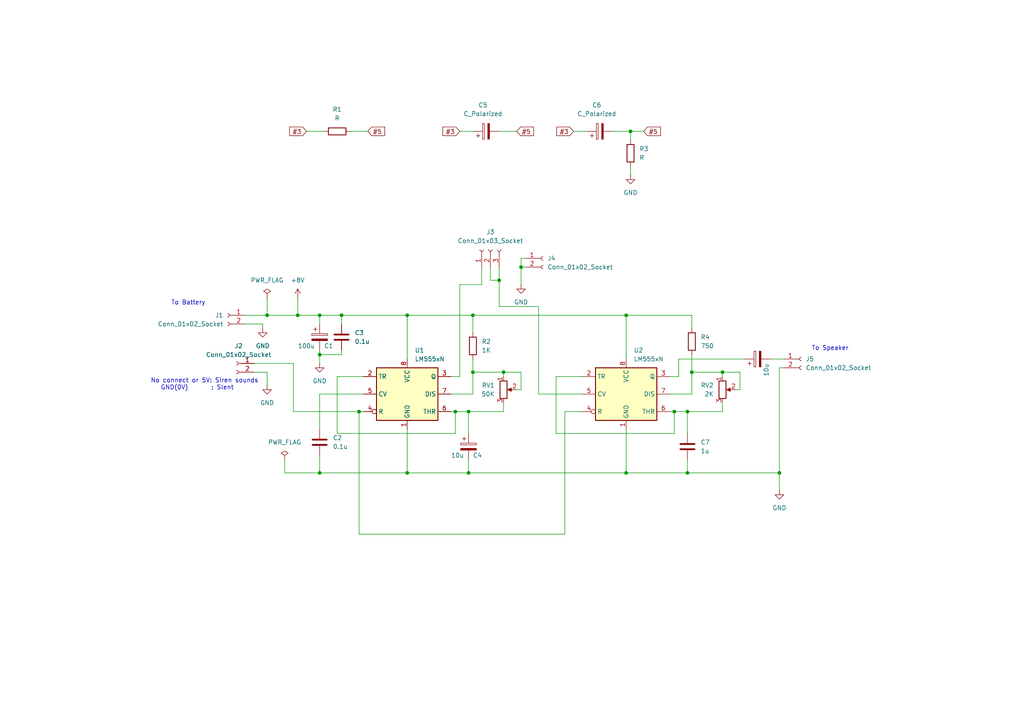
<source format=kicad_sch>
(kicad_sch (version 20231120) (generator "eeschema") (generator_version "8.0")
  (paper "A4")
  (lib_symbols
    (symbol "+8V_1" (power) (pin_numbers hide) (pin_names (offset 0) hide)
      (property "Value" "+8V" (at 0 3.556 0))
      (symbol "+8V_1_0_1"
        (polyline (pts (xy -0.762 1.27) (xy 0 2.54)))
        (polyline (pts (xy 0 0) (xy 0 2.54)))
        (polyline (pts (xy 0 2.54) (xy 0.762 1.27)))
      )
      (symbol "+8V_1_1_1"
        (pin power_in line (at 0 0 90) (length 0) (name "~") (number "1"))
      )
    )
    (symbol "Connector:Conn_01x02_Socket" (pin_names (offset 1.016) hide)
      (property "Reference" "J" (at 0 2.54 0))
      (property "Value" "Conn_01x02_Socket" (at 0 -5.08 0))
      (symbol "Conn_01x02_Socket_1_1"
        (arc (start 0 -2.032) (mid -0.5058 -2.54) (end 0 -3.048) (stroke (width 0.1524)))
        (polyline (pts (xy -1.27 -2.54) (xy -0.508 -2.54)) (stroke (width 0.1524)))
        (polyline (pts (xy -1.27 0) (xy -0.508 0)) (stroke (width 0.1524)))
        (arc (start 0 0.508) (mid -0.5058 0) (end 0 -0.508) (stroke (width 0.1524)))
        (pin passive line (at -5.08 0 0) (length 3.81) (name "Pin_1") (number "1"))
        (pin passive line (at -5.08 -2.54 0) (length 3.81) (name "Pin_2") (number "2"))
      )
    )
    (symbol "Connector:Conn_01x03_Socket" (pin_names (offset 1.016) hide)
      (property "Reference" "J" (at 0 5.08 0))
      (property "Value" "Conn_01x03_Socket" (at 0 -5.08 0))
      (symbol "Conn_01x03_Socket_1_1"
        (arc (start 0 -2.032) (mid -0.5058 -2.54) (end 0 -3.048) (stroke (width 0.1524)))
        (polyline (pts (xy -1.27 -2.54) (xy -0.508 -2.54)) (stroke (width 0.1524)))
        (polyline (pts (xy -1.27 0) (xy -0.508 0)) (stroke (width 0.1524)))
        (polyline (pts (xy -1.27 2.54) (xy -0.508 2.54)) (stroke (width 0.1524)))
        (arc (start 0 0.508) (mid -0.5058 0) (end 0 -0.508) (stroke (width 0.1524)))
        (arc (start 0 3.048) (mid -0.5058 2.54) (end 0 2.032) (stroke (width 0.1524)))
        (pin passive line (at -5.08 2.54 0) (length 3.81) (name "Pin_1") (number "1"))
        (pin passive line (at -5.08 0 0) (length 3.81) (name "Pin_2") (number "2"))
        (pin passive line (at -5.08 -2.54 0) (length 3.81) (name "Pin_3") (number "3"))
      )
    )
    (symbol "Device:C" (pin_numbers hide) (pin_names (offset 0.254))
      (property "Reference" "C" (at 0.635 2.54 0))
      (property "Value" "C" (at 0.635 -2.54 0))
      (symbol "C_0_1"
        (polyline (pts (xy -2.032 -0.762) (xy 2.032 -0.762)) (stroke (width 0.508)))
        (polyline (pts (xy -2.032 0.762) (xy 2.032 0.762)) (stroke (width 0.508)))
      )
      (symbol "C_1_1"
        (pin passive line (at 0 3.81 270) (length 2.794) (name "~") (number "1"))
        (pin passive line (at 0 -3.81 90) (length 2.794) (name "~") (number "2"))
      )
    )
    (symbol "Device:C_Polarized" (pin_numbers hide) (pin_names (offset 0.254))
      (property "Reference" "C" (at 0.635 2.54 0))
      (property "Value" "C_Polarized" (at 0.635 -2.54 0))
      (symbol "C_Polarized_0_1"
        (rectangle (start -2.286 0.508) (end 2.286 1.016))
        (polyline (pts (xy -1.778 2.286) (xy -0.762 2.286)))
        (polyline (pts (xy -1.27 2.794) (xy -1.27 1.778)))
        (rectangle (start 2.286 -0.508) (end -2.286 -1.016) (fill (type outline)))
      )
      (symbol "C_Polarized_1_1"
        (pin passive line (at 0 3.81 270) (length 2.794) (name "~") (number "1"))
        (pin passive line (at 0 -3.81 90) (length 2.794) (name "~") (number "2"))
      )
    )
    (symbol "Device:R" (pin_numbers hide) (pin_names (offset 0))
      (property "Reference" "R" (at 2.032 0 90))
      (property "Value" "R" (at 0 0 90))
      (symbol "R_0_1"
        (rectangle (start -1.016 -2.54) (end 1.016 2.54) (stroke (width 0.254)))
      )
      (symbol "R_1_1"
        (pin passive line (at 0 3.81 270) (length 1.27) (name "~") (number "1"))
        (pin passive line (at 0 -3.81 90) (length 1.27) (name "~") (number "2"))
      )
    )
    (symbol "Device:R_Potentiometer" (pin_names (offset 1.016) hide)
      (property "Reference" "RV" (at -4.445 0 90))
      (property "Value" "R_Potentiometer" (at -2.54 0 90))
      (symbol "R_Potentiometer_0_1"
        (polyline (pts (xy 2.54 0) (xy 1.524 0)))
        (polyline (pts (xy 1.143 0) (xy 2.286 0.508) (xy 2.286 -0.508) (xy 1.143 0)) (fill (type outline)))
        (rectangle (start 1.016 2.54) (end -1.016 -2.54) (stroke (width 0.254)))
      )
      (symbol "R_Potentiometer_1_1"
        (pin passive line (at 0 3.81 270) (length 1.27) (name "1") (number "1"))
        (pin passive line (at 3.81 0 180) (length 1.27) (name "2") (number "2"))
        (pin passive line (at 0 -3.81 90) (length 1.27) (name "3") (number "3"))
      )
    )
    (symbol "GND_1" (power) (pin_numbers hide) (pin_names (offset 0) hide)
      (property "Value" "GND" (at 0 -3.81 0))
      (symbol "GND_1_0_1"
        (polyline (pts (xy 0 0) (xy 0 -1.27) (xy 1.27 -1.27) (xy 0 -2.54) (xy -1.27 -1.27) (xy 0 -1.27)))
      )
      (symbol "GND_1_1_1"
        (pin power_in line (at 0 0 270) (length 0) (name "~") (number "1"))
      )
    )
    (symbol "PWR_FLAG_1" (power) (pin_numbers hide) (pin_names (offset 0) hide)
      (property "Value" "PWR_FLAG" (at 0 3.81 0))
      (symbol "PWR_FLAG_1_0_0"
        (pin power_out line (at 0 0 90) (length 0) (name "~") (number "1"))
      )
      (symbol "PWR_FLAG_1_0_1"
        (polyline (pts (xy 0 0) (xy 0 1.27) (xy -1.016 1.905) (xy 0 2.54) (xy 1.016 1.905) (xy 0 1.27)))
      )
    )
    (symbol "Timer:LM555xN"
      (property "Reference" "U" (at -10.16 8.89 0))
      (property "Value" "LM555xN" (at 2.54 8.89 0))
      (symbol "LM555xN_0_0"
        (pin power_in line (at 0 -10.16 90) (length 2.54) (name "GND") (number "1"))
        (pin power_in line (at 0 10.16 270) (length 2.54) (name "VCC") (number "8"))
      )
      (symbol "LM555xN_0_1"
        (rectangle (start -8.89 -7.62) (end 8.89 7.62) (stroke (width 0.254)) (fill (type background)))
        (rectangle (start -8.89 -7.62) (end 8.89 7.62) (stroke (width 0.254)) (fill (type background)))
      )
      (symbol "LM555xN_1_1"
        (pin input line (at -12.7 5.08 0) (length 3.81) (name "TR") (number "2"))
        (pin output line (at 12.7 5.08 180) (length 3.81) (name "Q") (number "3"))
        (pin input inverted (at -12.7 -5.08 0) (length 3.81) (name "R") (number "4"))
        (pin input line (at -12.7 0 0) (length 3.81) (name "CV") (number "5"))
        (pin input line (at 12.7 -5.08 180) (length 3.81) (name "THR") (number "6"))
        (pin input line (at 12.7 0 180) (length 3.81) (name "DIS") (number "7"))
      )
    )
    (symbol "power:GND" (power) (pin_numbers hide) (pin_names (offset 0) hide)
      (property "Value" "GND" (at 0 -3.81 0))
      (symbol "GND_0_1"
        (polyline (pts (xy 0 0) (xy 0 -1.27) (xy 1.27 -1.27) (xy 0 -2.54) (xy -1.27 -1.27) (xy 0 -1.27)))
      )
      (symbol "GND_1_1"
        (pin power_in line (at 0 0 270) (length 0) (name "~") (number "1"))
      )
    )
  )
  (junction (at 209.55 107.95))
  (junction (at 144.78 81.28))
  (junction (at 181.61 137.16))
  (junction (at 226.06 137.16))
  (junction (at 151.13 77.47))
  (junction (at 199.39 119.38))
  (junction (at 77.47 91.44))
  (junction (at 118.11 137.16))
  (junction (at 195.58 119.38))
  (junction (at 92.71 137.16))
  (junction (at 181.61 91.44))
  (junction (at 132.08 119.38))
  (junction (at 137.16 107.95))
  (junction (at 200.66 107.95))
  (junction (at 92.71 91.44))
  (junction (at 137.16 91.44))
  (junction (at 99.06 91.44))
  (junction (at 92.71 102.87))
  (junction (at 104.14 119.38))
  (junction (at 199.39 137.16))
  (junction (at 86.36 91.44))
  (junction (at 135.89 137.16))
  (junction (at 118.11 91.44))
  (junction (at 182.88 38.1))
  (junction (at 146.05 107.95))
  (junction (at 135.89 119.38))
  (wire (pts (xy 137.16 104.14) (xy 137.16 107.95)))
  (wire (pts (xy 105.41 114.3) (xy 92.71 114.3)))
  (wire (pts (xy 181.61 124.46) (xy 181.61 137.16)))
  (wire (pts (xy 227.33 106.68) (xy 226.06 106.68)))
  (wire (pts (xy 137.16 91.44) (xy 181.61 91.44)))
  (wire (pts (xy 194.31 109.22) (xy 196.85 109.22)))
  (wire (pts (xy 86.36 91.44) (xy 92.71 91.44)))
  (wire (pts (xy 132.08 125.73) (xy 132.08 119.38)))
  (wire (pts (xy 92.71 132.08) (xy 92.71 137.16)))
  (wire (pts (xy 163.83 119.38) (xy 163.83 154.94)))
  (wire (pts (xy 73.66 107.95) (xy 77.47 107.95)))
  (wire (pts (xy 142.24 77.47) (xy 142.24 81.28)))
  (wire (pts (xy 181.61 91.44) (xy 181.61 104.14)))
  (wire (pts (xy 144.78 88.9) (xy 144.78 81.28)))
  (wire (pts (xy 199.39 133.35) (xy 199.39 137.16)))
  (wire (pts (xy 92.71 102.87) (xy 92.71 105.41)))
  (wire (pts (xy 161.29 109.22) (xy 161.29 125.73)))
  (wire (pts (xy 118.11 124.46) (xy 118.11 137.16)))
  (wire (pts (xy 139.7 82.55) (xy 139.7 77.47)))
  (wire (pts (xy 195.58 125.73) (xy 195.58 119.38)))
  (wire (pts (xy 149.86 113.03) (xy 151.13 113.03)))
  (wire (pts (xy 200.66 107.95) (xy 200.66 114.3)))
  (wire (pts (xy 85.09 105.41) (xy 73.66 105.41)))
  (wire (pts (xy 144.78 38.1) (xy 149.86 38.1)))
  (wire (pts (xy 151.13 107.95) (xy 146.05 107.95)))
  (wire (pts (xy 135.89 137.16) (xy 181.61 137.16)))
  (wire (pts (xy 104.14 154.94) (xy 104.14 119.38)))
  (wire (pts (xy 85.09 119.38) (xy 85.09 105.41)))
  (wire (pts (xy 118.11 91.44) (xy 137.16 91.44)))
  (wire (pts (xy 133.35 82.55) (xy 139.7 82.55)))
  (wire (pts (xy 99.06 102.87) (xy 92.71 102.87)))
  (wire (pts (xy 137.16 107.95) (xy 137.16 114.3)))
  (wire (pts (xy 71.12 91.44) (xy 77.47 91.44)))
  (wire (pts (xy 196.85 104.14) (xy 215.9 104.14)))
  (wire (pts (xy 97.79 109.22) (xy 97.79 125.73)))
  (wire (pts (xy 144.78 81.28) (xy 144.78 77.47)))
  (wire (pts (xy 214.63 113.03) (xy 214.63 107.95)))
  (wire (pts (xy 199.39 119.38) (xy 199.39 125.73)))
  (wire (pts (xy 99.06 91.44) (xy 99.06 93.98)))
  (wire (pts (xy 181.61 137.16) (xy 199.39 137.16)))
  (wire (pts (xy 181.61 91.44) (xy 200.66 91.44)))
  (wire (pts (xy 209.55 119.38) (xy 199.39 119.38)))
  (wire (pts (xy 200.66 107.95) (xy 209.55 107.95)))
  (wire (pts (xy 168.91 109.22) (xy 161.29 109.22)))
  (wire (pts (xy 82.55 137.16) (xy 92.71 137.16)))
  (wire (pts (xy 223.52 104.14) (xy 227.33 104.14)))
  (wire (pts (xy 132.08 119.38) (xy 135.89 119.38)))
  (wire (pts (xy 213.36 113.03) (xy 214.63 113.03)))
  (wire (pts (xy 226.06 137.16) (xy 199.39 137.16)))
  (wire (pts (xy 226.06 137.16) (xy 226.06 142.24)))
  (wire (pts (xy 137.16 91.44) (xy 137.16 96.52)))
  (wire (pts (xy 71.12 93.98) (xy 76.2 93.98)))
  (wire (pts (xy 151.13 74.93) (xy 151.13 77.47)))
  (wire (pts (xy 133.35 82.55) (xy 133.35 109.22)))
  (wire (pts (xy 92.71 91.44) (xy 92.71 93.98)))
  (wire (pts (xy 226.06 106.68) (xy 226.06 137.16)))
  (wire (pts (xy 99.06 101.6) (xy 99.06 102.87)))
  (wire (pts (xy 92.71 101.6) (xy 92.71 102.87)))
  (wire (pts (xy 137.16 107.95) (xy 146.05 107.95)))
  (wire (pts (xy 135.89 119.38) (xy 135.89 125.73)))
  (wire (pts (xy 151.13 77.47) (xy 151.13 82.55)))
  (wire (pts (xy 105.41 109.22) (xy 97.79 109.22)))
  (wire (pts (xy 76.2 93.98) (xy 76.2 95.25)))
  (wire (pts (xy 92.71 91.44) (xy 99.06 91.44)))
  (wire (pts (xy 146.05 109.22) (xy 146.05 107.95)))
  (wire (pts (xy 156.21 88.9) (xy 156.21 114.3)))
  (wire (pts (xy 85.09 119.38) (xy 104.14 119.38)))
  (wire (pts (xy 168.91 114.3) (xy 156.21 114.3)))
  (wire (pts (xy 77.47 86.36) (xy 77.47 91.44)))
  (wire (pts (xy 195.58 119.38) (xy 199.39 119.38)))
  (wire (pts (xy 97.79 125.73) (xy 132.08 125.73)))
  (wire (pts (xy 168.91 119.38) (xy 163.83 119.38)))
  (wire (pts (xy 182.88 38.1) (xy 186.69 38.1)))
  (wire (pts (xy 182.88 38.1) (xy 182.88 40.64)))
  (wire (pts (xy 163.83 154.94) (xy 104.14 154.94)))
  (wire (pts (xy 146.05 119.38) (xy 135.89 119.38)))
  (wire (pts (xy 146.05 116.84) (xy 146.05 119.38)))
  (wire (pts (xy 177.8 38.1) (xy 182.88 38.1)))
  (wire (pts (xy 92.71 137.16) (xy 118.11 137.16)))
  (wire (pts (xy 135.89 133.35) (xy 135.89 137.16)))
  (wire (pts (xy 200.66 102.87) (xy 200.66 107.95)))
  (wire (pts (xy 200.66 114.3) (xy 194.31 114.3)))
  (wire (pts (xy 142.24 81.28) (xy 144.78 81.28)))
  (wire (pts (xy 151.13 77.47) (xy 152.4 77.47)))
  (wire (pts (xy 156.21 88.9) (xy 144.78 88.9)))
  (wire (pts (xy 209.55 116.84) (xy 209.55 119.38)))
  (wire (pts (xy 137.16 114.3) (xy 130.81 114.3)))
  (wire (pts (xy 209.55 109.22) (xy 209.55 107.95)))
  (wire (pts (xy 86.36 86.36) (xy 86.36 91.44)))
  (wire (pts (xy 182.88 48.26) (xy 182.88 50.8)))
  (wire (pts (xy 161.29 125.73) (xy 195.58 125.73)))
  (wire (pts (xy 200.66 91.44) (xy 200.66 95.25)))
  (wire (pts (xy 105.41 119.38) (xy 104.14 119.38)))
  (wire (pts (xy 166.37 38.1) (xy 170.18 38.1)))
  (wire (pts (xy 118.11 137.16) (xy 135.89 137.16)))
  (wire (pts (xy 130.81 109.22) (xy 133.35 109.22)))
  (wire (pts (xy 133.35 38.1) (xy 137.16 38.1)))
  (wire (pts (xy 214.63 107.95) (xy 209.55 107.95)))
  (wire (pts (xy 152.4 74.93) (xy 151.13 74.93)))
  (wire (pts (xy 88.9 38.1) (xy 93.98 38.1)))
  (wire (pts (xy 194.31 119.38) (xy 195.58 119.38)))
  (wire (pts (xy 77.47 91.44) (xy 86.36 91.44)))
  (wire (pts (xy 118.11 91.44) (xy 118.11 104.14)))
  (wire (pts (xy 101.6 38.1) (xy 106.68 38.1)))
  (wire (pts (xy 151.13 113.03) (xy 151.13 107.95)))
  (wire (pts (xy 77.47 107.95) (xy 77.47 111.76)))
  (wire (pts (xy 82.55 133.35) (xy 82.55 137.16)))
  (wire (pts (xy 99.06 91.44) (xy 118.11 91.44)))
  (wire (pts (xy 130.81 119.38) (xy 132.08 119.38)))
  (wire (pts (xy 92.71 114.3) (xy 92.71 124.46)))
  (wire (pts (xy 196.85 109.22) (xy 196.85 104.14)))
  (text "To Battery" (at 54.61 87.884 0) (effects (font (size 1.27 1.27))))
  (text "No connect or 5V: Siren sounds\n   GND(0V)       : Slent" (at 43.688 111.506 0) (effects (font (size 1.27 1.27)) (justify left)))
  (text "To Speaker" (at 240.792 101.092 0) (effects (font (size 1.27 1.27))))
  (global_label "#5" (shape input) (at 186.69 38.1 0) (property "Intersheetrefs" "${INTERSHEET_REFS}" (effects (hide yes))))
  (global_label "#3" (shape input) (at 166.37 38.1 180) (property "Intersheetrefs" "${INTERSHEET_REFS}" (effects (hide yes))))
  (global_label "#5" (shape input) (at 106.68 38.1 0) (property "Intersheetrefs" "${INTERSHEET_REFS}" (effects (hide yes))))
  (global_label "#5" (shape input) (at 149.86 38.1 0) (property "Intersheetrefs" "${INTERSHEET_REFS}" (effects (hide yes))))
  (global_label "#3" (shape input) (at 88.9 38.1 180) (property "Intersheetrefs" "${INTERSHEET_REFS}" (effects (hide yes))))
  (global_label "#3" (shape input) (at 133.35 38.1 180) (property "Intersheetrefs" "${INTERSHEET_REFS}" (effects (hide yes))))
  (symbol (lib_id "Connector:Conn_01x02_Socket") (at 157.48 74.93 0) (unit 1)
    (property "Reference" "J4" (at 158.75 74.9299 0) (effects (justify left)))
    (property "Value" "Conn_01x02_Socket" (at 158.75 77.4699 0) (effects (justify left)))
    (property "Footprint" "Connector_PinSocket_2.54mm:PinSocket_1x02_P2.54mm_Vertical" (effects (hide yes)))
    (property "Description" "Generic connector, single row, 01x02, script generated" (effects (hide yes)))
  )
  (symbol (lib_id "Device:R") (at 137.16 100.33 0) (unit 1)
    (property "Reference" "R2" (at 139.7 99.06 0) (effects (justify left)))
    (property "Value" "1K" (at 139.7 101.6 0) (effects (justify left)))
    (property "Footprint" "Resistor_THT:R_Axial_DIN0207_L6.3mm_D2.5mm_P10.16mm_Horizontal" (effects (hide yes)))
  )
  (symbol (lib_id "Device:R") (at 182.88 44.45 180) (unit 1)
    (property "Reference" "R3" (at 185.42 43.1799 0) (effects (justify right)))
    (property "Value" "R" (at 185.42 45.7199 0) (effects (justify right)))
    (property "Description" "Resistor" (effects (hide yes)))
  )
  (symbol (lib_id "Connector:Conn_01x03_Socket") (at 142.24 72.39 90) (unit 1)
    (property "Reference" "J3" (at 142.24 67.31 90))
    (property "Value" "Conn_01x03_Socket" (at 142.24 69.85 90))
    (property "Footprint" "Connector_PinSocket_2.54mm:PinSocket_1x03_P2.54mm_Vertical" (effects (hide yes)))
    (property "Description" "Generic connector, single row, 01x03, script generated" (effects (hide yes)))
  )
  (symbol (lib_id "Device:R") (at 200.66 99.06 0) (unit 1)
    (property "Reference" "R4" (at 203.2 97.79 0) (effects (justify left)))
    (property "Value" "750" (at 203.2 100.33 0) (effects (justify left)))
    (property "Footprint" "Resistor_THT:R_Axial_DIN0207_L6.3mm_D2.5mm_P10.16mm_Horizontal" (effects (hide yes)))
  )
  (symbol (lib_name "PWR_FLAG_1") (lib_id "power:PWR_FLAG") (at 82.55 133.35 0) (unit 1)
    (property "Reference" "#FLG02" (effects (hide yes)))
    (property "Value" "PWR_FLAG" (at 82.55 128.27 0))
    (property "Description" "Special symbol for telling ERC where power comes from" (effects (hide yes)))
  )
  (symbol (lib_id "Device:C_Polarized") (at 173.99 38.1 90) (unit 1)
    (property "Reference" "C6" (at 173.101 30.48 90))
    (property "Value" "C_Polarized" (at 173.101 33.02 90))
    (property "Description" "Polarized capacitor" (effects (hide yes)))
  )
  (symbol (lib_id "Device:C_Polarized") (at 92.71 97.79 0) (unit 1)
    (property "Reference" "C1" (at 93.98 100.33 0) (effects (justify left)))
    (property "Value" "100u" (at 86.36 100.33 0) (effects (justify left)))
    (property "Footprint" "Capacitor_THT:CP_Radial_D5.0mm_P2.00mm" (effects (hide yes)))
  )
  (symbol (lib_name "+8V_1") (lib_id "power:+8V") (at 86.36 86.36 0) (unit 1)
    (property "Reference" "#PWR03" (effects (hide yes)))
    (property "Value" "+8V" (at 86.36 81.28 0))
    (property "Description" "Power symbol creates a global label with name \"+8V\"" (effects (hide yes)))
  )
  (symbol (lib_id "Device:R_Potentiometer") (at 146.05 113.03 0) (unit 1)
    (property "Reference" "RV1" (at 143.51 111.76 0) (effects (justify right)))
    (property "Value" "50K" (at 143.51 114.3 0) (effects (justify right)))
    (property "Footprint" "Library:50K_VR" (effects (hide yes)))
  )
  (symbol (lib_id "power:GND") (at 151.13 82.55 0) (unit 1)
    (property "Reference" "#PWR06" (effects (hide yes)))
    (property "Value" "GND" (at 151.13 87.63 0))
    (property "Description" "Power symbol creates a global label with name \"GND\" , ground" (effects (hide yes)))
  )
  (symbol (lib_id "Timer:LM555xN") (at 181.61 114.3 0) (unit 1)
    (property "Reference" "U2" (at 183.8041 101.6 0) (effects (justify left)))
    (property "Value" "LM555xN" (at 183.8041 104.14 0) (effects (justify left)))
    (property "Footprint" "Package_DIP:DIP-8_W7.62mm" (effects (hide yes)))
    (property "Datasheet" "http://www.ti.com/lit/ds/symlink/lm555.pdf" (effects (hide yes)))
  )
  (symbol (lib_name "GND_1") (lib_id "power:GND") (at 226.06 142.24 0) (unit 1)
    (property "Reference" "#PWR05" (effects (hide yes)))
    (property "Value" "GND" (at 226.06 147.32 0))
    (property "Description" "Power symbol creates a global label with name \"GND\" , ground" (effects (hide yes)))
  )
  (symbol (lib_name "GND_1") (lib_id "power:GND") (at 77.47 111.76 0) (unit 1)
    (property "Reference" "#PWR02" (effects (hide yes)))
    (property "Value" "GND" (at 77.47 116.84 0))
    (property "Description" "Power symbol creates a global label with name \"GND\" , ground" (effects (hide yes)))
  )
  (symbol (lib_id "Connector:Conn_01x02_Socket") (at 68.58 105.41 0) (mirror y) (unit 1)
    (property "Reference" "J2" (at 69.215 100.33 0))
    (property "Value" "Conn_01x02_Socket" (at 69.215 102.87 0))
    (property "Footprint" "Connector_PinSocket_2.54mm:PinSocket_1x02_P2.54mm_Vertical" (effects (hide yes)))
    (property "Description" "Generic connector, single row, 01x02, script generated" (effects (hide yes)))
  )
  (symbol (lib_id "power:GND") (at 182.88 50.8 0) (unit 1)
    (property "Reference" "#PWR07" (effects (hide yes)))
    (property "Value" "GND" (at 182.88 55.88 0))
    (property "Description" "Power symbol creates a global label with name \"GND\" , ground" (effects (hide yes)))
  )
  (symbol (lib_id "Device:C") (at 99.06 97.79 0) (unit 1)
    (property "Reference" "C3" (at 102.87 96.52 0) (effects (justify left)))
    (property "Value" "0.1u" (at 102.87 99.06 0) (effects (justify left)))
    (property "Footprint" "Capacitor_THT:C_Disc_D3.0mm_W1.6mm_P2.50mm" (effects (hide yes)))
  )
  (symbol (lib_id "Device:C_Polarized") (at 140.97 38.1 90) (unit 1)
    (property "Reference" "C5" (at 140.081 30.48 90))
    (property "Value" "C_Polarized" (at 140.081 33.02 90))
    (property "Description" "Polarized capacitor" (effects (hide yes)))
  )
  (symbol (lib_id "Device:R_Potentiometer") (at 209.55 113.03 0) (unit 1)
    (property "Reference" "RV2" (at 207.01 111.76 0) (effects (justify right)))
    (property "Value" "2K" (at 207.01 114.3 0) (effects (justify right)))
    (property "Footprint" "Library:50K_VR" (effects (hide yes)))
  )
  (symbol (lib_id "Connector:Conn_01x02_Socket") (at 66.04 91.44 0) (mirror y) (unit 1)
    (property "Reference" "J1" (at 64.77 91.4399 0) (effects (justify left)))
    (property "Value" "Conn_01x02_Socket" (at 64.77 93.9799 0) (effects (justify left)))
    (property "Footprint" "Connector_PinSocket_2.54mm:PinSocket_1x02_P2.54mm_Vertical" (effects (hide yes)))
    (property "Description" "Generic connector, single row, 01x02, script generated" (effects (hide yes)))
  )
  (symbol (lib_id "Device:R") (at 97.79 38.1 90) (unit 1)
    (property "Reference" "R1" (at 97.79 31.75 90))
    (property "Value" "R" (at 97.79 34.29 90))
    (property "Description" "Resistor" (effects (hide yes)))
  )
  (symbol (lib_id "Device:C") (at 92.71 128.27 0) (unit 1)
    (property "Reference" "C2" (at 96.52 127 0) (effects (justify left)))
    (property "Value" "0.1u" (at 96.52 129.54 0) (effects (justify left)))
    (property "Footprint" "Capacitor_THT:C_Disc_D3.0mm_W1.6mm_P2.50mm" (effects (hide yes)))
  )
  (symbol (lib_id "Device:C_Polarized") (at 219.71 104.14 90) (unit 1)
    (property "Reference" "C8" (effects (hide yes)))
    (property "Value" "10u" (at 222.25 109.22 0) (effects (justify left)))
    (property "Footprint" "Capacitor_THT:CP_Radial_D5.0mm_P2.00mm" (effects (hide yes)))
  )
  (symbol (lib_id "Device:C_Polarized") (at 135.89 129.54 0) (unit 1)
    (property "Reference" "C4" (at 137.16 132.08 0) (effects (justify left)))
    (property "Value" "10u" (at 130.81 132.08 0) (effects (justify left)))
    (property "Footprint" "Capacitor_THT:CP_Radial_D5.0mm_P2.00mm" (effects (hide yes)))
  )
  (symbol (lib_id "Device:C") (at 199.39 129.54 0) (unit 1)
    (property "Reference" "C7" (at 203.2 128.27 0) (effects (justify left)))
    (property "Value" "1u" (at 203.2 130.81 0) (effects (justify left)))
    (property "Footprint" "Capacitor_THT:C_Disc_D4.3mm_W1.9mm_P5.00mm" (effects (hide yes)))
  )
  (symbol (lib_name "GND_1") (lib_id "power:GND") (at 76.2 95.25 0) (unit 1)
    (property "Reference" "#PWR01" (effects (hide yes)))
    (property "Value" "GND" (at 76.2 100.33 0))
    (property "Description" "Power symbol creates a global label with name \"GND\" , ground" (effects (hide yes)))
  )
  (symbol (lib_id "Timer:LM555xN") (at 118.11 114.3 0) (unit 1)
    (property "Reference" "U1" (at 120.3041 101.6 0) (effects (justify left)))
    (property "Value" "LM555xN" (at 120.3041 104.14 0) (effects (justify left)))
    (property "Footprint" "Package_DIP:DIP-8_W7.62mm" (effects (hide yes)))
    (property "Datasheet" "http://www.ti.com/lit/ds/symlink/lm555.pdf" (effects (hide yes)))
  )
  (symbol (lib_name "GND_1") (lib_id "power:GND") (at 92.71 105.41 0) (unit 1)
    (property "Reference" "#PWR04" (effects (hide yes)))
    (property "Value" "GND" (at 92.71 110.49 0))
    (property "Description" "Power symbol creates a global label with name \"GND\" , ground" (effects (hide yes)))
  )
  (symbol (lib_id "Connector:Conn_01x02_Socket") (at 232.41 104.14 0) (unit 1)
    (property "Reference" "J5" (at 233.68 104.1399 0) (effects (justify left)))
    (property "Value" "Conn_01x02_Socket" (at 233.68 106.6799 0) (effects (justify left)))
    (property "Footprint" "Connector_PinSocket_2.54mm:PinSocket_1x02_P2.54mm_Vertical" (effects (hide yes)))
    (property "Description" "Generic connector, single row, 01x02, script generated" (effects (hide yes)))
  )
  (symbol (lib_name "PWR_FLAG_1") (lib_id "power:PWR_FLAG") (at 77.47 86.36 0) (unit 1)
    (property "Reference" "#FLG01" (effects (hide yes)))
    (property "Value" "PWR_FLAG" (at 77.47 81.28 0))
    (property "Description" "Special symbol for telling ERC where power comes from" (effects (hide yes)))
  )
)
</source>
